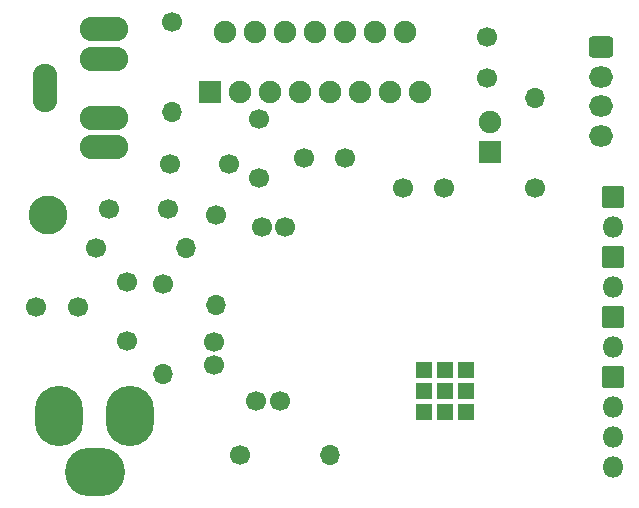
<source format=gts>
G04 #@! TF.GenerationSoftware,KiCad,Pcbnew,(6.0.2-0)*
G04 #@! TF.CreationDate,2022-08-02T07:49:56-03:00*
G04 #@! TF.ProjectId,Modulo-completo,4d6f6475-6c6f-42d6-936f-6d706c65746f,rev?*
G04 #@! TF.SameCoordinates,Original*
G04 #@! TF.FileFunction,Soldermask,Top*
G04 #@! TF.FilePolarity,Negative*
%FSLAX46Y46*%
G04 Gerber Fmt 4.6, Leading zero omitted, Abs format (unit mm)*
G04 Created by KiCad (PCBNEW (6.0.2-0)) date 2022-08-02 07:49:56*
%MOMM*%
%LPD*%
G01*
G04 APERTURE LIST*
G04 Aperture macros list*
%AMRoundRect*
0 Rectangle with rounded corners*
0 $1 Rounding radius*
0 $2 $3 $4 $5 $6 $7 $8 $9 X,Y pos of 4 corners*
0 Add a 4 corners polygon primitive as box body*
4,1,4,$2,$3,$4,$5,$6,$7,$8,$9,$2,$3,0*
0 Add four circle primitives for the rounded corners*
1,1,$1+$1,$2,$3*
1,1,$1+$1,$4,$5*
1,1,$1+$1,$6,$7*
1,1,$1+$1,$8,$9*
0 Add four rect primitives between the rounded corners*
20,1,$1+$1,$2,$3,$4,$5,0*
20,1,$1+$1,$4,$5,$6,$7,0*
20,1,$1+$1,$6,$7,$8,$9,0*
20,1,$1+$1,$8,$9,$2,$3,0*%
G04 Aperture macros list end*
%ADD10RoundRect,0.300000X-0.725000X0.600000X-0.725000X-0.600000X0.725000X-0.600000X0.725000X0.600000X0*%
%ADD11O,2.050000X1.800000*%
%ADD12C,1.700000*%
%ADD13O,1.700000X1.700000*%
%ADD14RoundRect,0.050000X0.900000X-0.900000X0.900000X0.900000X-0.900000X0.900000X-0.900000X-0.900000X0*%
%ADD15C,1.900000*%
%ADD16RoundRect,0.050000X-0.850000X-0.850000X0.850000X-0.850000X0.850000X0.850000X-0.850000X0.850000X0*%
%ADD17O,1.800000X1.800000*%
%ADD18RoundRect,0.050000X-0.900000X-0.900000X0.900000X-0.900000X0.900000X0.900000X-0.900000X0.900000X0*%
%ADD19O,1.900000X1.900000*%
%ADD20RoundRect,2.050000X0.000000X0.500000X0.000000X-0.500000X0.000000X-0.500000X0.000000X0.500000X0*%
%ADD21RoundRect,2.050000X-0.500000X0.000000X-0.500000X0.000000X0.500000X0.000000X0.500000X0.000000X0*%
%ADD22C,0.100000*%
%ADD23O,4.100000X2.100000*%
%ADD24O,2.100000X4.100000*%
%ADD25C,3.300000*%
%ADD26RoundRect,0.050000X-0.665000X-0.665000X0.665000X-0.665000X0.665000X0.665000X-0.665000X0.665000X0*%
G04 APERTURE END LIST*
D10*
X155250000Y-88646000D03*
D11*
X155250000Y-91146000D03*
X155250000Y-93646000D03*
X155250000Y-96146000D03*
D12*
X145598000Y-87757000D03*
X145598000Y-91257000D03*
X118166000Y-108712000D03*
D13*
X118166000Y-116332000D03*
D12*
X124714000Y-123190000D03*
D13*
X132334000Y-123190000D03*
D12*
X149662000Y-100584000D03*
D13*
X149662000Y-92964000D03*
D14*
X145852000Y-97536000D03*
D15*
X145852000Y-94996000D03*
D16*
X156266000Y-116586000D03*
D17*
X156266000Y-119126000D03*
X156266000Y-121666000D03*
X156266000Y-124206000D03*
D16*
X156266000Y-111506000D03*
D17*
X156266000Y-114046000D03*
D12*
X115118000Y-113538000D03*
X115118000Y-108538000D03*
X123754000Y-98552000D03*
X118754000Y-98552000D03*
X110927000Y-110617000D03*
X107427000Y-110617000D03*
D18*
X122103000Y-92456000D03*
D19*
X123373000Y-87376000D03*
X124643000Y-92456000D03*
X125913000Y-87376000D03*
X127183000Y-92456000D03*
X128453000Y-87376000D03*
X129723000Y-92456000D03*
X130993000Y-87376000D03*
X132263000Y-92456000D03*
X133533000Y-87376000D03*
X134803000Y-92456000D03*
X136073000Y-87376000D03*
X137343000Y-92456000D03*
X138613000Y-87376000D03*
X139883000Y-92456000D03*
D12*
X126294000Y-94742000D03*
X126294000Y-99742000D03*
X126056000Y-118618000D03*
X128056000Y-118618000D03*
X122682000Y-102870000D03*
D13*
X122682000Y-110490000D03*
D12*
X128524000Y-103886000D03*
X126524000Y-103886000D03*
X138486000Y-100584000D03*
X141986000Y-100584000D03*
X118618000Y-102362000D03*
X113618000Y-102362000D03*
X122484000Y-115570000D03*
X122484000Y-113570000D03*
D20*
X115372000Y-119888000D03*
X109372000Y-119888000D03*
D21*
X112372000Y-124588000D03*
D16*
X156266000Y-101346000D03*
D17*
X156266000Y-103886000D03*
D12*
X130104000Y-98044000D03*
X133604000Y-98044000D03*
D16*
X156266000Y-106426000D03*
D17*
X156266000Y-108966000D03*
D22*
X108203000Y-97132500D03*
X108203000Y-87132500D03*
X113203000Y-92132500D03*
X105703000Y-87132500D03*
X105703000Y-97132500D03*
D23*
X113203000Y-87132500D03*
X113203000Y-89632500D03*
D24*
X108203000Y-92132500D03*
D23*
X113203000Y-97132500D03*
X113203000Y-94632500D03*
D25*
X108387000Y-102870000D03*
D12*
X112522000Y-105664000D03*
D13*
X120142000Y-105664000D03*
D12*
X118928000Y-86487000D03*
D13*
X118928000Y-94107000D03*
D26*
X142061000Y-115948000D03*
X143861000Y-119548000D03*
X143861000Y-115948000D03*
X142061000Y-117748000D03*
X143861000Y-117748000D03*
X140261000Y-117748000D03*
X142061000Y-119548000D03*
X140261000Y-115948000D03*
X140261000Y-119548000D03*
M02*

</source>
